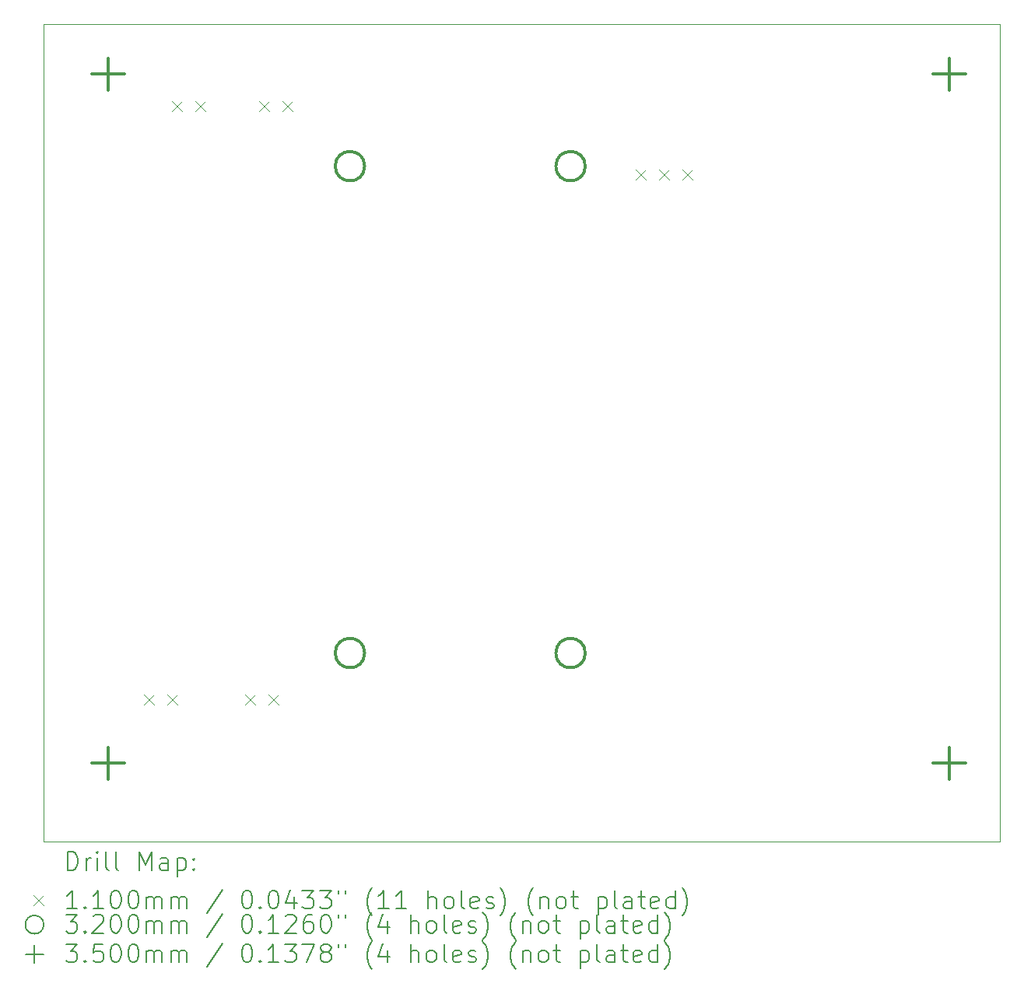
<source format=gbr>
%TF.GenerationSoftware,KiCad,Pcbnew,8.0.5*%
%TF.CreationDate,2024-11-14T17:21:11-08:00*%
%TF.ProjectId,Predator-Bot-V1,50726564-6174-46f7-922d-426f742d5631,0.01*%
%TF.SameCoordinates,Original*%
%TF.FileFunction,Drillmap*%
%TF.FilePolarity,Positive*%
%FSLAX45Y45*%
G04 Gerber Fmt 4.5, Leading zero omitted, Abs format (unit mm)*
G04 Created by KiCad (PCBNEW 8.0.5) date 2024-11-14 17:21:11*
%MOMM*%
%LPD*%
G01*
G04 APERTURE LIST*
%ADD10C,0.050000*%
%ADD11C,0.200000*%
%ADD12C,0.110000*%
%ADD13C,0.320000*%
%ADD14C,0.350000*%
G04 APERTURE END LIST*
D10*
X9300000Y-5450000D02*
X19700000Y-5450000D01*
X19700000Y-14350000D01*
X9300000Y-14350000D01*
X9300000Y-5450000D01*
D11*
D12*
X10391000Y-12749000D02*
X10501000Y-12859000D01*
X10501000Y-12749000D02*
X10391000Y-12859000D01*
X10645000Y-12749000D02*
X10755000Y-12859000D01*
X10755000Y-12749000D02*
X10645000Y-12859000D01*
X10691000Y-6291000D02*
X10801000Y-6401000D01*
X10801000Y-6291000D02*
X10691000Y-6401000D01*
X10945000Y-6291000D02*
X11055000Y-6401000D01*
X11055000Y-6291000D02*
X10945000Y-6401000D01*
X11491000Y-12749000D02*
X11601000Y-12859000D01*
X11601000Y-12749000D02*
X11491000Y-12859000D01*
X11645000Y-6291000D02*
X11755000Y-6401000D01*
X11755000Y-6291000D02*
X11645000Y-6401000D01*
X11745000Y-12749000D02*
X11855000Y-12859000D01*
X11855000Y-12749000D02*
X11745000Y-12859000D01*
X11899000Y-6291000D02*
X12009000Y-6401000D01*
X12009000Y-6291000D02*
X11899000Y-6401000D01*
X15737000Y-7041000D02*
X15847000Y-7151000D01*
X15847000Y-7041000D02*
X15737000Y-7151000D01*
X15991000Y-7041000D02*
X16101000Y-7151000D01*
X16101000Y-7041000D02*
X15991000Y-7151000D01*
X16245000Y-7041000D02*
X16355000Y-7151000D01*
X16355000Y-7041000D02*
X16245000Y-7151000D01*
D13*
X12790000Y-7000000D02*
G75*
G02*
X12470000Y-7000000I-160000J0D01*
G01*
X12470000Y-7000000D02*
G75*
G02*
X12790000Y-7000000I160000J0D01*
G01*
X12790000Y-12300000D02*
G75*
G02*
X12470000Y-12300000I-160000J0D01*
G01*
X12470000Y-12300000D02*
G75*
G02*
X12790000Y-12300000I160000J0D01*
G01*
X15190000Y-7000000D02*
G75*
G02*
X14870000Y-7000000I-160000J0D01*
G01*
X14870000Y-7000000D02*
G75*
G02*
X15190000Y-7000000I160000J0D01*
G01*
X15190000Y-12300000D02*
G75*
G02*
X14870000Y-12300000I-160000J0D01*
G01*
X14870000Y-12300000D02*
G75*
G02*
X15190000Y-12300000I160000J0D01*
G01*
D14*
X10000000Y-5825000D02*
X10000000Y-6175000D01*
X9825000Y-6000000D02*
X10175000Y-6000000D01*
X10000000Y-13325000D02*
X10000000Y-13675000D01*
X9825000Y-13500000D02*
X10175000Y-13500000D01*
X19150000Y-5825000D02*
X19150000Y-6175000D01*
X18975000Y-6000000D02*
X19325000Y-6000000D01*
X19150000Y-13325000D02*
X19150000Y-13675000D01*
X18975000Y-13500000D02*
X19325000Y-13500000D01*
D11*
X9558277Y-14663984D02*
X9558277Y-14463984D01*
X9558277Y-14463984D02*
X9605896Y-14463984D01*
X9605896Y-14463984D02*
X9634467Y-14473508D01*
X9634467Y-14473508D02*
X9653515Y-14492555D01*
X9653515Y-14492555D02*
X9663039Y-14511603D01*
X9663039Y-14511603D02*
X9672563Y-14549698D01*
X9672563Y-14549698D02*
X9672563Y-14578269D01*
X9672563Y-14578269D02*
X9663039Y-14616365D01*
X9663039Y-14616365D02*
X9653515Y-14635412D01*
X9653515Y-14635412D02*
X9634467Y-14654460D01*
X9634467Y-14654460D02*
X9605896Y-14663984D01*
X9605896Y-14663984D02*
X9558277Y-14663984D01*
X9758277Y-14663984D02*
X9758277Y-14530650D01*
X9758277Y-14568746D02*
X9767801Y-14549698D01*
X9767801Y-14549698D02*
X9777324Y-14540174D01*
X9777324Y-14540174D02*
X9796372Y-14530650D01*
X9796372Y-14530650D02*
X9815420Y-14530650D01*
X9882086Y-14663984D02*
X9882086Y-14530650D01*
X9882086Y-14463984D02*
X9872563Y-14473508D01*
X9872563Y-14473508D02*
X9882086Y-14483031D01*
X9882086Y-14483031D02*
X9891610Y-14473508D01*
X9891610Y-14473508D02*
X9882086Y-14463984D01*
X9882086Y-14463984D02*
X9882086Y-14483031D01*
X10005896Y-14663984D02*
X9986848Y-14654460D01*
X9986848Y-14654460D02*
X9977324Y-14635412D01*
X9977324Y-14635412D02*
X9977324Y-14463984D01*
X10110658Y-14663984D02*
X10091610Y-14654460D01*
X10091610Y-14654460D02*
X10082086Y-14635412D01*
X10082086Y-14635412D02*
X10082086Y-14463984D01*
X10339229Y-14663984D02*
X10339229Y-14463984D01*
X10339229Y-14463984D02*
X10405896Y-14606841D01*
X10405896Y-14606841D02*
X10472563Y-14463984D01*
X10472563Y-14463984D02*
X10472563Y-14663984D01*
X10653515Y-14663984D02*
X10653515Y-14559222D01*
X10653515Y-14559222D02*
X10643991Y-14540174D01*
X10643991Y-14540174D02*
X10624944Y-14530650D01*
X10624944Y-14530650D02*
X10586848Y-14530650D01*
X10586848Y-14530650D02*
X10567801Y-14540174D01*
X10653515Y-14654460D02*
X10634467Y-14663984D01*
X10634467Y-14663984D02*
X10586848Y-14663984D01*
X10586848Y-14663984D02*
X10567801Y-14654460D01*
X10567801Y-14654460D02*
X10558277Y-14635412D01*
X10558277Y-14635412D02*
X10558277Y-14616365D01*
X10558277Y-14616365D02*
X10567801Y-14597317D01*
X10567801Y-14597317D02*
X10586848Y-14587793D01*
X10586848Y-14587793D02*
X10634467Y-14587793D01*
X10634467Y-14587793D02*
X10653515Y-14578269D01*
X10748753Y-14530650D02*
X10748753Y-14730650D01*
X10748753Y-14540174D02*
X10767801Y-14530650D01*
X10767801Y-14530650D02*
X10805896Y-14530650D01*
X10805896Y-14530650D02*
X10824944Y-14540174D01*
X10824944Y-14540174D02*
X10834467Y-14549698D01*
X10834467Y-14549698D02*
X10843991Y-14568746D01*
X10843991Y-14568746D02*
X10843991Y-14625888D01*
X10843991Y-14625888D02*
X10834467Y-14644936D01*
X10834467Y-14644936D02*
X10824944Y-14654460D01*
X10824944Y-14654460D02*
X10805896Y-14663984D01*
X10805896Y-14663984D02*
X10767801Y-14663984D01*
X10767801Y-14663984D02*
X10748753Y-14654460D01*
X10929705Y-14644936D02*
X10939229Y-14654460D01*
X10939229Y-14654460D02*
X10929705Y-14663984D01*
X10929705Y-14663984D02*
X10920182Y-14654460D01*
X10920182Y-14654460D02*
X10929705Y-14644936D01*
X10929705Y-14644936D02*
X10929705Y-14663984D01*
X10929705Y-14540174D02*
X10939229Y-14549698D01*
X10939229Y-14549698D02*
X10929705Y-14559222D01*
X10929705Y-14559222D02*
X10920182Y-14549698D01*
X10920182Y-14549698D02*
X10929705Y-14540174D01*
X10929705Y-14540174D02*
X10929705Y-14559222D01*
D12*
X9187500Y-14937500D02*
X9297500Y-15047500D01*
X9297500Y-14937500D02*
X9187500Y-15047500D01*
D11*
X9663039Y-15083984D02*
X9548753Y-15083984D01*
X9605896Y-15083984D02*
X9605896Y-14883984D01*
X9605896Y-14883984D02*
X9586848Y-14912555D01*
X9586848Y-14912555D02*
X9567801Y-14931603D01*
X9567801Y-14931603D02*
X9548753Y-14941127D01*
X9748753Y-15064936D02*
X9758277Y-15074460D01*
X9758277Y-15074460D02*
X9748753Y-15083984D01*
X9748753Y-15083984D02*
X9739229Y-15074460D01*
X9739229Y-15074460D02*
X9748753Y-15064936D01*
X9748753Y-15064936D02*
X9748753Y-15083984D01*
X9948753Y-15083984D02*
X9834467Y-15083984D01*
X9891610Y-15083984D02*
X9891610Y-14883984D01*
X9891610Y-14883984D02*
X9872563Y-14912555D01*
X9872563Y-14912555D02*
X9853515Y-14931603D01*
X9853515Y-14931603D02*
X9834467Y-14941127D01*
X10072563Y-14883984D02*
X10091610Y-14883984D01*
X10091610Y-14883984D02*
X10110658Y-14893508D01*
X10110658Y-14893508D02*
X10120182Y-14903031D01*
X10120182Y-14903031D02*
X10129705Y-14922079D01*
X10129705Y-14922079D02*
X10139229Y-14960174D01*
X10139229Y-14960174D02*
X10139229Y-15007793D01*
X10139229Y-15007793D02*
X10129705Y-15045888D01*
X10129705Y-15045888D02*
X10120182Y-15064936D01*
X10120182Y-15064936D02*
X10110658Y-15074460D01*
X10110658Y-15074460D02*
X10091610Y-15083984D01*
X10091610Y-15083984D02*
X10072563Y-15083984D01*
X10072563Y-15083984D02*
X10053515Y-15074460D01*
X10053515Y-15074460D02*
X10043991Y-15064936D01*
X10043991Y-15064936D02*
X10034467Y-15045888D01*
X10034467Y-15045888D02*
X10024944Y-15007793D01*
X10024944Y-15007793D02*
X10024944Y-14960174D01*
X10024944Y-14960174D02*
X10034467Y-14922079D01*
X10034467Y-14922079D02*
X10043991Y-14903031D01*
X10043991Y-14903031D02*
X10053515Y-14893508D01*
X10053515Y-14893508D02*
X10072563Y-14883984D01*
X10263039Y-14883984D02*
X10282086Y-14883984D01*
X10282086Y-14883984D02*
X10301134Y-14893508D01*
X10301134Y-14893508D02*
X10310658Y-14903031D01*
X10310658Y-14903031D02*
X10320182Y-14922079D01*
X10320182Y-14922079D02*
X10329705Y-14960174D01*
X10329705Y-14960174D02*
X10329705Y-15007793D01*
X10329705Y-15007793D02*
X10320182Y-15045888D01*
X10320182Y-15045888D02*
X10310658Y-15064936D01*
X10310658Y-15064936D02*
X10301134Y-15074460D01*
X10301134Y-15074460D02*
X10282086Y-15083984D01*
X10282086Y-15083984D02*
X10263039Y-15083984D01*
X10263039Y-15083984D02*
X10243991Y-15074460D01*
X10243991Y-15074460D02*
X10234467Y-15064936D01*
X10234467Y-15064936D02*
X10224944Y-15045888D01*
X10224944Y-15045888D02*
X10215420Y-15007793D01*
X10215420Y-15007793D02*
X10215420Y-14960174D01*
X10215420Y-14960174D02*
X10224944Y-14922079D01*
X10224944Y-14922079D02*
X10234467Y-14903031D01*
X10234467Y-14903031D02*
X10243991Y-14893508D01*
X10243991Y-14893508D02*
X10263039Y-14883984D01*
X10415420Y-15083984D02*
X10415420Y-14950650D01*
X10415420Y-14969698D02*
X10424944Y-14960174D01*
X10424944Y-14960174D02*
X10443991Y-14950650D01*
X10443991Y-14950650D02*
X10472563Y-14950650D01*
X10472563Y-14950650D02*
X10491610Y-14960174D01*
X10491610Y-14960174D02*
X10501134Y-14979222D01*
X10501134Y-14979222D02*
X10501134Y-15083984D01*
X10501134Y-14979222D02*
X10510658Y-14960174D01*
X10510658Y-14960174D02*
X10529705Y-14950650D01*
X10529705Y-14950650D02*
X10558277Y-14950650D01*
X10558277Y-14950650D02*
X10577325Y-14960174D01*
X10577325Y-14960174D02*
X10586848Y-14979222D01*
X10586848Y-14979222D02*
X10586848Y-15083984D01*
X10682086Y-15083984D02*
X10682086Y-14950650D01*
X10682086Y-14969698D02*
X10691610Y-14960174D01*
X10691610Y-14960174D02*
X10710658Y-14950650D01*
X10710658Y-14950650D02*
X10739229Y-14950650D01*
X10739229Y-14950650D02*
X10758277Y-14960174D01*
X10758277Y-14960174D02*
X10767801Y-14979222D01*
X10767801Y-14979222D02*
X10767801Y-15083984D01*
X10767801Y-14979222D02*
X10777325Y-14960174D01*
X10777325Y-14960174D02*
X10796372Y-14950650D01*
X10796372Y-14950650D02*
X10824944Y-14950650D01*
X10824944Y-14950650D02*
X10843991Y-14960174D01*
X10843991Y-14960174D02*
X10853515Y-14979222D01*
X10853515Y-14979222D02*
X10853515Y-15083984D01*
X11243991Y-14874460D02*
X11072563Y-15131603D01*
X11501134Y-14883984D02*
X11520182Y-14883984D01*
X11520182Y-14883984D02*
X11539229Y-14893508D01*
X11539229Y-14893508D02*
X11548753Y-14903031D01*
X11548753Y-14903031D02*
X11558277Y-14922079D01*
X11558277Y-14922079D02*
X11567801Y-14960174D01*
X11567801Y-14960174D02*
X11567801Y-15007793D01*
X11567801Y-15007793D02*
X11558277Y-15045888D01*
X11558277Y-15045888D02*
X11548753Y-15064936D01*
X11548753Y-15064936D02*
X11539229Y-15074460D01*
X11539229Y-15074460D02*
X11520182Y-15083984D01*
X11520182Y-15083984D02*
X11501134Y-15083984D01*
X11501134Y-15083984D02*
X11482086Y-15074460D01*
X11482086Y-15074460D02*
X11472563Y-15064936D01*
X11472563Y-15064936D02*
X11463039Y-15045888D01*
X11463039Y-15045888D02*
X11453515Y-15007793D01*
X11453515Y-15007793D02*
X11453515Y-14960174D01*
X11453515Y-14960174D02*
X11463039Y-14922079D01*
X11463039Y-14922079D02*
X11472563Y-14903031D01*
X11472563Y-14903031D02*
X11482086Y-14893508D01*
X11482086Y-14893508D02*
X11501134Y-14883984D01*
X11653515Y-15064936D02*
X11663039Y-15074460D01*
X11663039Y-15074460D02*
X11653515Y-15083984D01*
X11653515Y-15083984D02*
X11643991Y-15074460D01*
X11643991Y-15074460D02*
X11653515Y-15064936D01*
X11653515Y-15064936D02*
X11653515Y-15083984D01*
X11786848Y-14883984D02*
X11805896Y-14883984D01*
X11805896Y-14883984D02*
X11824944Y-14893508D01*
X11824944Y-14893508D02*
X11834467Y-14903031D01*
X11834467Y-14903031D02*
X11843991Y-14922079D01*
X11843991Y-14922079D02*
X11853515Y-14960174D01*
X11853515Y-14960174D02*
X11853515Y-15007793D01*
X11853515Y-15007793D02*
X11843991Y-15045888D01*
X11843991Y-15045888D02*
X11834467Y-15064936D01*
X11834467Y-15064936D02*
X11824944Y-15074460D01*
X11824944Y-15074460D02*
X11805896Y-15083984D01*
X11805896Y-15083984D02*
X11786848Y-15083984D01*
X11786848Y-15083984D02*
X11767801Y-15074460D01*
X11767801Y-15074460D02*
X11758277Y-15064936D01*
X11758277Y-15064936D02*
X11748753Y-15045888D01*
X11748753Y-15045888D02*
X11739229Y-15007793D01*
X11739229Y-15007793D02*
X11739229Y-14960174D01*
X11739229Y-14960174D02*
X11748753Y-14922079D01*
X11748753Y-14922079D02*
X11758277Y-14903031D01*
X11758277Y-14903031D02*
X11767801Y-14893508D01*
X11767801Y-14893508D02*
X11786848Y-14883984D01*
X12024944Y-14950650D02*
X12024944Y-15083984D01*
X11977325Y-14874460D02*
X11929706Y-15017317D01*
X11929706Y-15017317D02*
X12053515Y-15017317D01*
X12110658Y-14883984D02*
X12234467Y-14883984D01*
X12234467Y-14883984D02*
X12167801Y-14960174D01*
X12167801Y-14960174D02*
X12196372Y-14960174D01*
X12196372Y-14960174D02*
X12215420Y-14969698D01*
X12215420Y-14969698D02*
X12224944Y-14979222D01*
X12224944Y-14979222D02*
X12234467Y-14998269D01*
X12234467Y-14998269D02*
X12234467Y-15045888D01*
X12234467Y-15045888D02*
X12224944Y-15064936D01*
X12224944Y-15064936D02*
X12215420Y-15074460D01*
X12215420Y-15074460D02*
X12196372Y-15083984D01*
X12196372Y-15083984D02*
X12139229Y-15083984D01*
X12139229Y-15083984D02*
X12120182Y-15074460D01*
X12120182Y-15074460D02*
X12110658Y-15064936D01*
X12301134Y-14883984D02*
X12424944Y-14883984D01*
X12424944Y-14883984D02*
X12358277Y-14960174D01*
X12358277Y-14960174D02*
X12386848Y-14960174D01*
X12386848Y-14960174D02*
X12405896Y-14969698D01*
X12405896Y-14969698D02*
X12415420Y-14979222D01*
X12415420Y-14979222D02*
X12424944Y-14998269D01*
X12424944Y-14998269D02*
X12424944Y-15045888D01*
X12424944Y-15045888D02*
X12415420Y-15064936D01*
X12415420Y-15064936D02*
X12405896Y-15074460D01*
X12405896Y-15074460D02*
X12386848Y-15083984D01*
X12386848Y-15083984D02*
X12329706Y-15083984D01*
X12329706Y-15083984D02*
X12310658Y-15074460D01*
X12310658Y-15074460D02*
X12301134Y-15064936D01*
X12501134Y-14883984D02*
X12501134Y-14922079D01*
X12577325Y-14883984D02*
X12577325Y-14922079D01*
X12872563Y-15160174D02*
X12863039Y-15150650D01*
X12863039Y-15150650D02*
X12843991Y-15122079D01*
X12843991Y-15122079D02*
X12834468Y-15103031D01*
X12834468Y-15103031D02*
X12824944Y-15074460D01*
X12824944Y-15074460D02*
X12815420Y-15026841D01*
X12815420Y-15026841D02*
X12815420Y-14988746D01*
X12815420Y-14988746D02*
X12824944Y-14941127D01*
X12824944Y-14941127D02*
X12834468Y-14912555D01*
X12834468Y-14912555D02*
X12843991Y-14893508D01*
X12843991Y-14893508D02*
X12863039Y-14864936D01*
X12863039Y-14864936D02*
X12872563Y-14855412D01*
X13053515Y-15083984D02*
X12939229Y-15083984D01*
X12996372Y-15083984D02*
X12996372Y-14883984D01*
X12996372Y-14883984D02*
X12977325Y-14912555D01*
X12977325Y-14912555D02*
X12958277Y-14931603D01*
X12958277Y-14931603D02*
X12939229Y-14941127D01*
X13243991Y-15083984D02*
X13129706Y-15083984D01*
X13186848Y-15083984D02*
X13186848Y-14883984D01*
X13186848Y-14883984D02*
X13167801Y-14912555D01*
X13167801Y-14912555D02*
X13148753Y-14931603D01*
X13148753Y-14931603D02*
X13129706Y-14941127D01*
X13482087Y-15083984D02*
X13482087Y-14883984D01*
X13567801Y-15083984D02*
X13567801Y-14979222D01*
X13567801Y-14979222D02*
X13558277Y-14960174D01*
X13558277Y-14960174D02*
X13539230Y-14950650D01*
X13539230Y-14950650D02*
X13510658Y-14950650D01*
X13510658Y-14950650D02*
X13491610Y-14960174D01*
X13491610Y-14960174D02*
X13482087Y-14969698D01*
X13691610Y-15083984D02*
X13672563Y-15074460D01*
X13672563Y-15074460D02*
X13663039Y-15064936D01*
X13663039Y-15064936D02*
X13653515Y-15045888D01*
X13653515Y-15045888D02*
X13653515Y-14988746D01*
X13653515Y-14988746D02*
X13663039Y-14969698D01*
X13663039Y-14969698D02*
X13672563Y-14960174D01*
X13672563Y-14960174D02*
X13691610Y-14950650D01*
X13691610Y-14950650D02*
X13720182Y-14950650D01*
X13720182Y-14950650D02*
X13739230Y-14960174D01*
X13739230Y-14960174D02*
X13748753Y-14969698D01*
X13748753Y-14969698D02*
X13758277Y-14988746D01*
X13758277Y-14988746D02*
X13758277Y-15045888D01*
X13758277Y-15045888D02*
X13748753Y-15064936D01*
X13748753Y-15064936D02*
X13739230Y-15074460D01*
X13739230Y-15074460D02*
X13720182Y-15083984D01*
X13720182Y-15083984D02*
X13691610Y-15083984D01*
X13872563Y-15083984D02*
X13853515Y-15074460D01*
X13853515Y-15074460D02*
X13843991Y-15055412D01*
X13843991Y-15055412D02*
X13843991Y-14883984D01*
X14024944Y-15074460D02*
X14005896Y-15083984D01*
X14005896Y-15083984D02*
X13967801Y-15083984D01*
X13967801Y-15083984D02*
X13948753Y-15074460D01*
X13948753Y-15074460D02*
X13939230Y-15055412D01*
X13939230Y-15055412D02*
X13939230Y-14979222D01*
X13939230Y-14979222D02*
X13948753Y-14960174D01*
X13948753Y-14960174D02*
X13967801Y-14950650D01*
X13967801Y-14950650D02*
X14005896Y-14950650D01*
X14005896Y-14950650D02*
X14024944Y-14960174D01*
X14024944Y-14960174D02*
X14034468Y-14979222D01*
X14034468Y-14979222D02*
X14034468Y-14998269D01*
X14034468Y-14998269D02*
X13939230Y-15017317D01*
X14110658Y-15074460D02*
X14129706Y-15083984D01*
X14129706Y-15083984D02*
X14167801Y-15083984D01*
X14167801Y-15083984D02*
X14186849Y-15074460D01*
X14186849Y-15074460D02*
X14196372Y-15055412D01*
X14196372Y-15055412D02*
X14196372Y-15045888D01*
X14196372Y-15045888D02*
X14186849Y-15026841D01*
X14186849Y-15026841D02*
X14167801Y-15017317D01*
X14167801Y-15017317D02*
X14139230Y-15017317D01*
X14139230Y-15017317D02*
X14120182Y-15007793D01*
X14120182Y-15007793D02*
X14110658Y-14988746D01*
X14110658Y-14988746D02*
X14110658Y-14979222D01*
X14110658Y-14979222D02*
X14120182Y-14960174D01*
X14120182Y-14960174D02*
X14139230Y-14950650D01*
X14139230Y-14950650D02*
X14167801Y-14950650D01*
X14167801Y-14950650D02*
X14186849Y-14960174D01*
X14263039Y-15160174D02*
X14272563Y-15150650D01*
X14272563Y-15150650D02*
X14291611Y-15122079D01*
X14291611Y-15122079D02*
X14301134Y-15103031D01*
X14301134Y-15103031D02*
X14310658Y-15074460D01*
X14310658Y-15074460D02*
X14320182Y-15026841D01*
X14320182Y-15026841D02*
X14320182Y-14988746D01*
X14320182Y-14988746D02*
X14310658Y-14941127D01*
X14310658Y-14941127D02*
X14301134Y-14912555D01*
X14301134Y-14912555D02*
X14291611Y-14893508D01*
X14291611Y-14893508D02*
X14272563Y-14864936D01*
X14272563Y-14864936D02*
X14263039Y-14855412D01*
X14624944Y-15160174D02*
X14615420Y-15150650D01*
X14615420Y-15150650D02*
X14596372Y-15122079D01*
X14596372Y-15122079D02*
X14586849Y-15103031D01*
X14586849Y-15103031D02*
X14577325Y-15074460D01*
X14577325Y-15074460D02*
X14567801Y-15026841D01*
X14567801Y-15026841D02*
X14567801Y-14988746D01*
X14567801Y-14988746D02*
X14577325Y-14941127D01*
X14577325Y-14941127D02*
X14586849Y-14912555D01*
X14586849Y-14912555D02*
X14596372Y-14893508D01*
X14596372Y-14893508D02*
X14615420Y-14864936D01*
X14615420Y-14864936D02*
X14624944Y-14855412D01*
X14701134Y-14950650D02*
X14701134Y-15083984D01*
X14701134Y-14969698D02*
X14710658Y-14960174D01*
X14710658Y-14960174D02*
X14729706Y-14950650D01*
X14729706Y-14950650D02*
X14758277Y-14950650D01*
X14758277Y-14950650D02*
X14777325Y-14960174D01*
X14777325Y-14960174D02*
X14786849Y-14979222D01*
X14786849Y-14979222D02*
X14786849Y-15083984D01*
X14910658Y-15083984D02*
X14891611Y-15074460D01*
X14891611Y-15074460D02*
X14882087Y-15064936D01*
X14882087Y-15064936D02*
X14872563Y-15045888D01*
X14872563Y-15045888D02*
X14872563Y-14988746D01*
X14872563Y-14988746D02*
X14882087Y-14969698D01*
X14882087Y-14969698D02*
X14891611Y-14960174D01*
X14891611Y-14960174D02*
X14910658Y-14950650D01*
X14910658Y-14950650D02*
X14939230Y-14950650D01*
X14939230Y-14950650D02*
X14958277Y-14960174D01*
X14958277Y-14960174D02*
X14967801Y-14969698D01*
X14967801Y-14969698D02*
X14977325Y-14988746D01*
X14977325Y-14988746D02*
X14977325Y-15045888D01*
X14977325Y-15045888D02*
X14967801Y-15064936D01*
X14967801Y-15064936D02*
X14958277Y-15074460D01*
X14958277Y-15074460D02*
X14939230Y-15083984D01*
X14939230Y-15083984D02*
X14910658Y-15083984D01*
X15034468Y-14950650D02*
X15110658Y-14950650D01*
X15063039Y-14883984D02*
X15063039Y-15055412D01*
X15063039Y-15055412D02*
X15072563Y-15074460D01*
X15072563Y-15074460D02*
X15091611Y-15083984D01*
X15091611Y-15083984D02*
X15110658Y-15083984D01*
X15329706Y-14950650D02*
X15329706Y-15150650D01*
X15329706Y-14960174D02*
X15348753Y-14950650D01*
X15348753Y-14950650D02*
X15386849Y-14950650D01*
X15386849Y-14950650D02*
X15405896Y-14960174D01*
X15405896Y-14960174D02*
X15415420Y-14969698D01*
X15415420Y-14969698D02*
X15424944Y-14988746D01*
X15424944Y-14988746D02*
X15424944Y-15045888D01*
X15424944Y-15045888D02*
X15415420Y-15064936D01*
X15415420Y-15064936D02*
X15405896Y-15074460D01*
X15405896Y-15074460D02*
X15386849Y-15083984D01*
X15386849Y-15083984D02*
X15348753Y-15083984D01*
X15348753Y-15083984D02*
X15329706Y-15074460D01*
X15539230Y-15083984D02*
X15520182Y-15074460D01*
X15520182Y-15074460D02*
X15510658Y-15055412D01*
X15510658Y-15055412D02*
X15510658Y-14883984D01*
X15701134Y-15083984D02*
X15701134Y-14979222D01*
X15701134Y-14979222D02*
X15691611Y-14960174D01*
X15691611Y-14960174D02*
X15672563Y-14950650D01*
X15672563Y-14950650D02*
X15634468Y-14950650D01*
X15634468Y-14950650D02*
X15615420Y-14960174D01*
X15701134Y-15074460D02*
X15682087Y-15083984D01*
X15682087Y-15083984D02*
X15634468Y-15083984D01*
X15634468Y-15083984D02*
X15615420Y-15074460D01*
X15615420Y-15074460D02*
X15605896Y-15055412D01*
X15605896Y-15055412D02*
X15605896Y-15036365D01*
X15605896Y-15036365D02*
X15615420Y-15017317D01*
X15615420Y-15017317D02*
X15634468Y-15007793D01*
X15634468Y-15007793D02*
X15682087Y-15007793D01*
X15682087Y-15007793D02*
X15701134Y-14998269D01*
X15767801Y-14950650D02*
X15843992Y-14950650D01*
X15796373Y-14883984D02*
X15796373Y-15055412D01*
X15796373Y-15055412D02*
X15805896Y-15074460D01*
X15805896Y-15074460D02*
X15824944Y-15083984D01*
X15824944Y-15083984D02*
X15843992Y-15083984D01*
X15986849Y-15074460D02*
X15967801Y-15083984D01*
X15967801Y-15083984D02*
X15929706Y-15083984D01*
X15929706Y-15083984D02*
X15910658Y-15074460D01*
X15910658Y-15074460D02*
X15901134Y-15055412D01*
X15901134Y-15055412D02*
X15901134Y-14979222D01*
X15901134Y-14979222D02*
X15910658Y-14960174D01*
X15910658Y-14960174D02*
X15929706Y-14950650D01*
X15929706Y-14950650D02*
X15967801Y-14950650D01*
X15967801Y-14950650D02*
X15986849Y-14960174D01*
X15986849Y-14960174D02*
X15996373Y-14979222D01*
X15996373Y-14979222D02*
X15996373Y-14998269D01*
X15996373Y-14998269D02*
X15901134Y-15017317D01*
X16167801Y-15083984D02*
X16167801Y-14883984D01*
X16167801Y-15074460D02*
X16148754Y-15083984D01*
X16148754Y-15083984D02*
X16110658Y-15083984D01*
X16110658Y-15083984D02*
X16091611Y-15074460D01*
X16091611Y-15074460D02*
X16082087Y-15064936D01*
X16082087Y-15064936D02*
X16072563Y-15045888D01*
X16072563Y-15045888D02*
X16072563Y-14988746D01*
X16072563Y-14988746D02*
X16082087Y-14969698D01*
X16082087Y-14969698D02*
X16091611Y-14960174D01*
X16091611Y-14960174D02*
X16110658Y-14950650D01*
X16110658Y-14950650D02*
X16148754Y-14950650D01*
X16148754Y-14950650D02*
X16167801Y-14960174D01*
X16243992Y-15160174D02*
X16253515Y-15150650D01*
X16253515Y-15150650D02*
X16272563Y-15122079D01*
X16272563Y-15122079D02*
X16282087Y-15103031D01*
X16282087Y-15103031D02*
X16291611Y-15074460D01*
X16291611Y-15074460D02*
X16301134Y-15026841D01*
X16301134Y-15026841D02*
X16301134Y-14988746D01*
X16301134Y-14988746D02*
X16291611Y-14941127D01*
X16291611Y-14941127D02*
X16282087Y-14912555D01*
X16282087Y-14912555D02*
X16272563Y-14893508D01*
X16272563Y-14893508D02*
X16253515Y-14864936D01*
X16253515Y-14864936D02*
X16243992Y-14855412D01*
X9297500Y-15256500D02*
G75*
G02*
X9097500Y-15256500I-100000J0D01*
G01*
X9097500Y-15256500D02*
G75*
G02*
X9297500Y-15256500I100000J0D01*
G01*
X9539229Y-15147984D02*
X9663039Y-15147984D01*
X9663039Y-15147984D02*
X9596372Y-15224174D01*
X9596372Y-15224174D02*
X9624944Y-15224174D01*
X9624944Y-15224174D02*
X9643991Y-15233698D01*
X9643991Y-15233698D02*
X9653515Y-15243222D01*
X9653515Y-15243222D02*
X9663039Y-15262269D01*
X9663039Y-15262269D02*
X9663039Y-15309888D01*
X9663039Y-15309888D02*
X9653515Y-15328936D01*
X9653515Y-15328936D02*
X9643991Y-15338460D01*
X9643991Y-15338460D02*
X9624944Y-15347984D01*
X9624944Y-15347984D02*
X9567801Y-15347984D01*
X9567801Y-15347984D02*
X9548753Y-15338460D01*
X9548753Y-15338460D02*
X9539229Y-15328936D01*
X9748753Y-15328936D02*
X9758277Y-15338460D01*
X9758277Y-15338460D02*
X9748753Y-15347984D01*
X9748753Y-15347984D02*
X9739229Y-15338460D01*
X9739229Y-15338460D02*
X9748753Y-15328936D01*
X9748753Y-15328936D02*
X9748753Y-15347984D01*
X9834467Y-15167031D02*
X9843991Y-15157508D01*
X9843991Y-15157508D02*
X9863039Y-15147984D01*
X9863039Y-15147984D02*
X9910658Y-15147984D01*
X9910658Y-15147984D02*
X9929705Y-15157508D01*
X9929705Y-15157508D02*
X9939229Y-15167031D01*
X9939229Y-15167031D02*
X9948753Y-15186079D01*
X9948753Y-15186079D02*
X9948753Y-15205127D01*
X9948753Y-15205127D02*
X9939229Y-15233698D01*
X9939229Y-15233698D02*
X9824944Y-15347984D01*
X9824944Y-15347984D02*
X9948753Y-15347984D01*
X10072563Y-15147984D02*
X10091610Y-15147984D01*
X10091610Y-15147984D02*
X10110658Y-15157508D01*
X10110658Y-15157508D02*
X10120182Y-15167031D01*
X10120182Y-15167031D02*
X10129705Y-15186079D01*
X10129705Y-15186079D02*
X10139229Y-15224174D01*
X10139229Y-15224174D02*
X10139229Y-15271793D01*
X10139229Y-15271793D02*
X10129705Y-15309888D01*
X10129705Y-15309888D02*
X10120182Y-15328936D01*
X10120182Y-15328936D02*
X10110658Y-15338460D01*
X10110658Y-15338460D02*
X10091610Y-15347984D01*
X10091610Y-15347984D02*
X10072563Y-15347984D01*
X10072563Y-15347984D02*
X10053515Y-15338460D01*
X10053515Y-15338460D02*
X10043991Y-15328936D01*
X10043991Y-15328936D02*
X10034467Y-15309888D01*
X10034467Y-15309888D02*
X10024944Y-15271793D01*
X10024944Y-15271793D02*
X10024944Y-15224174D01*
X10024944Y-15224174D02*
X10034467Y-15186079D01*
X10034467Y-15186079D02*
X10043991Y-15167031D01*
X10043991Y-15167031D02*
X10053515Y-15157508D01*
X10053515Y-15157508D02*
X10072563Y-15147984D01*
X10263039Y-15147984D02*
X10282086Y-15147984D01*
X10282086Y-15147984D02*
X10301134Y-15157508D01*
X10301134Y-15157508D02*
X10310658Y-15167031D01*
X10310658Y-15167031D02*
X10320182Y-15186079D01*
X10320182Y-15186079D02*
X10329705Y-15224174D01*
X10329705Y-15224174D02*
X10329705Y-15271793D01*
X10329705Y-15271793D02*
X10320182Y-15309888D01*
X10320182Y-15309888D02*
X10310658Y-15328936D01*
X10310658Y-15328936D02*
X10301134Y-15338460D01*
X10301134Y-15338460D02*
X10282086Y-15347984D01*
X10282086Y-15347984D02*
X10263039Y-15347984D01*
X10263039Y-15347984D02*
X10243991Y-15338460D01*
X10243991Y-15338460D02*
X10234467Y-15328936D01*
X10234467Y-15328936D02*
X10224944Y-15309888D01*
X10224944Y-15309888D02*
X10215420Y-15271793D01*
X10215420Y-15271793D02*
X10215420Y-15224174D01*
X10215420Y-15224174D02*
X10224944Y-15186079D01*
X10224944Y-15186079D02*
X10234467Y-15167031D01*
X10234467Y-15167031D02*
X10243991Y-15157508D01*
X10243991Y-15157508D02*
X10263039Y-15147984D01*
X10415420Y-15347984D02*
X10415420Y-15214650D01*
X10415420Y-15233698D02*
X10424944Y-15224174D01*
X10424944Y-15224174D02*
X10443991Y-15214650D01*
X10443991Y-15214650D02*
X10472563Y-15214650D01*
X10472563Y-15214650D02*
X10491610Y-15224174D01*
X10491610Y-15224174D02*
X10501134Y-15243222D01*
X10501134Y-15243222D02*
X10501134Y-15347984D01*
X10501134Y-15243222D02*
X10510658Y-15224174D01*
X10510658Y-15224174D02*
X10529705Y-15214650D01*
X10529705Y-15214650D02*
X10558277Y-15214650D01*
X10558277Y-15214650D02*
X10577325Y-15224174D01*
X10577325Y-15224174D02*
X10586848Y-15243222D01*
X10586848Y-15243222D02*
X10586848Y-15347984D01*
X10682086Y-15347984D02*
X10682086Y-15214650D01*
X10682086Y-15233698D02*
X10691610Y-15224174D01*
X10691610Y-15224174D02*
X10710658Y-15214650D01*
X10710658Y-15214650D02*
X10739229Y-15214650D01*
X10739229Y-15214650D02*
X10758277Y-15224174D01*
X10758277Y-15224174D02*
X10767801Y-15243222D01*
X10767801Y-15243222D02*
X10767801Y-15347984D01*
X10767801Y-15243222D02*
X10777325Y-15224174D01*
X10777325Y-15224174D02*
X10796372Y-15214650D01*
X10796372Y-15214650D02*
X10824944Y-15214650D01*
X10824944Y-15214650D02*
X10843991Y-15224174D01*
X10843991Y-15224174D02*
X10853515Y-15243222D01*
X10853515Y-15243222D02*
X10853515Y-15347984D01*
X11243991Y-15138460D02*
X11072563Y-15395603D01*
X11501134Y-15147984D02*
X11520182Y-15147984D01*
X11520182Y-15147984D02*
X11539229Y-15157508D01*
X11539229Y-15157508D02*
X11548753Y-15167031D01*
X11548753Y-15167031D02*
X11558277Y-15186079D01*
X11558277Y-15186079D02*
X11567801Y-15224174D01*
X11567801Y-15224174D02*
X11567801Y-15271793D01*
X11567801Y-15271793D02*
X11558277Y-15309888D01*
X11558277Y-15309888D02*
X11548753Y-15328936D01*
X11548753Y-15328936D02*
X11539229Y-15338460D01*
X11539229Y-15338460D02*
X11520182Y-15347984D01*
X11520182Y-15347984D02*
X11501134Y-15347984D01*
X11501134Y-15347984D02*
X11482086Y-15338460D01*
X11482086Y-15338460D02*
X11472563Y-15328936D01*
X11472563Y-15328936D02*
X11463039Y-15309888D01*
X11463039Y-15309888D02*
X11453515Y-15271793D01*
X11453515Y-15271793D02*
X11453515Y-15224174D01*
X11453515Y-15224174D02*
X11463039Y-15186079D01*
X11463039Y-15186079D02*
X11472563Y-15167031D01*
X11472563Y-15167031D02*
X11482086Y-15157508D01*
X11482086Y-15157508D02*
X11501134Y-15147984D01*
X11653515Y-15328936D02*
X11663039Y-15338460D01*
X11663039Y-15338460D02*
X11653515Y-15347984D01*
X11653515Y-15347984D02*
X11643991Y-15338460D01*
X11643991Y-15338460D02*
X11653515Y-15328936D01*
X11653515Y-15328936D02*
X11653515Y-15347984D01*
X11853515Y-15347984D02*
X11739229Y-15347984D01*
X11796372Y-15347984D02*
X11796372Y-15147984D01*
X11796372Y-15147984D02*
X11777325Y-15176555D01*
X11777325Y-15176555D02*
X11758277Y-15195603D01*
X11758277Y-15195603D02*
X11739229Y-15205127D01*
X11929706Y-15167031D02*
X11939229Y-15157508D01*
X11939229Y-15157508D02*
X11958277Y-15147984D01*
X11958277Y-15147984D02*
X12005896Y-15147984D01*
X12005896Y-15147984D02*
X12024944Y-15157508D01*
X12024944Y-15157508D02*
X12034467Y-15167031D01*
X12034467Y-15167031D02*
X12043991Y-15186079D01*
X12043991Y-15186079D02*
X12043991Y-15205127D01*
X12043991Y-15205127D02*
X12034467Y-15233698D01*
X12034467Y-15233698D02*
X11920182Y-15347984D01*
X11920182Y-15347984D02*
X12043991Y-15347984D01*
X12215420Y-15147984D02*
X12177325Y-15147984D01*
X12177325Y-15147984D02*
X12158277Y-15157508D01*
X12158277Y-15157508D02*
X12148753Y-15167031D01*
X12148753Y-15167031D02*
X12129706Y-15195603D01*
X12129706Y-15195603D02*
X12120182Y-15233698D01*
X12120182Y-15233698D02*
X12120182Y-15309888D01*
X12120182Y-15309888D02*
X12129706Y-15328936D01*
X12129706Y-15328936D02*
X12139229Y-15338460D01*
X12139229Y-15338460D02*
X12158277Y-15347984D01*
X12158277Y-15347984D02*
X12196372Y-15347984D01*
X12196372Y-15347984D02*
X12215420Y-15338460D01*
X12215420Y-15338460D02*
X12224944Y-15328936D01*
X12224944Y-15328936D02*
X12234467Y-15309888D01*
X12234467Y-15309888D02*
X12234467Y-15262269D01*
X12234467Y-15262269D02*
X12224944Y-15243222D01*
X12224944Y-15243222D02*
X12215420Y-15233698D01*
X12215420Y-15233698D02*
X12196372Y-15224174D01*
X12196372Y-15224174D02*
X12158277Y-15224174D01*
X12158277Y-15224174D02*
X12139229Y-15233698D01*
X12139229Y-15233698D02*
X12129706Y-15243222D01*
X12129706Y-15243222D02*
X12120182Y-15262269D01*
X12358277Y-15147984D02*
X12377325Y-15147984D01*
X12377325Y-15147984D02*
X12396372Y-15157508D01*
X12396372Y-15157508D02*
X12405896Y-15167031D01*
X12405896Y-15167031D02*
X12415420Y-15186079D01*
X12415420Y-15186079D02*
X12424944Y-15224174D01*
X12424944Y-15224174D02*
X12424944Y-15271793D01*
X12424944Y-15271793D02*
X12415420Y-15309888D01*
X12415420Y-15309888D02*
X12405896Y-15328936D01*
X12405896Y-15328936D02*
X12396372Y-15338460D01*
X12396372Y-15338460D02*
X12377325Y-15347984D01*
X12377325Y-15347984D02*
X12358277Y-15347984D01*
X12358277Y-15347984D02*
X12339229Y-15338460D01*
X12339229Y-15338460D02*
X12329706Y-15328936D01*
X12329706Y-15328936D02*
X12320182Y-15309888D01*
X12320182Y-15309888D02*
X12310658Y-15271793D01*
X12310658Y-15271793D02*
X12310658Y-15224174D01*
X12310658Y-15224174D02*
X12320182Y-15186079D01*
X12320182Y-15186079D02*
X12329706Y-15167031D01*
X12329706Y-15167031D02*
X12339229Y-15157508D01*
X12339229Y-15157508D02*
X12358277Y-15147984D01*
X12501134Y-15147984D02*
X12501134Y-15186079D01*
X12577325Y-15147984D02*
X12577325Y-15186079D01*
X12872563Y-15424174D02*
X12863039Y-15414650D01*
X12863039Y-15414650D02*
X12843991Y-15386079D01*
X12843991Y-15386079D02*
X12834468Y-15367031D01*
X12834468Y-15367031D02*
X12824944Y-15338460D01*
X12824944Y-15338460D02*
X12815420Y-15290841D01*
X12815420Y-15290841D02*
X12815420Y-15252746D01*
X12815420Y-15252746D02*
X12824944Y-15205127D01*
X12824944Y-15205127D02*
X12834468Y-15176555D01*
X12834468Y-15176555D02*
X12843991Y-15157508D01*
X12843991Y-15157508D02*
X12863039Y-15128936D01*
X12863039Y-15128936D02*
X12872563Y-15119412D01*
X13034468Y-15214650D02*
X13034468Y-15347984D01*
X12986848Y-15138460D02*
X12939229Y-15281317D01*
X12939229Y-15281317D02*
X13063039Y-15281317D01*
X13291610Y-15347984D02*
X13291610Y-15147984D01*
X13377325Y-15347984D02*
X13377325Y-15243222D01*
X13377325Y-15243222D02*
X13367801Y-15224174D01*
X13367801Y-15224174D02*
X13348753Y-15214650D01*
X13348753Y-15214650D02*
X13320182Y-15214650D01*
X13320182Y-15214650D02*
X13301134Y-15224174D01*
X13301134Y-15224174D02*
X13291610Y-15233698D01*
X13501134Y-15347984D02*
X13482087Y-15338460D01*
X13482087Y-15338460D02*
X13472563Y-15328936D01*
X13472563Y-15328936D02*
X13463039Y-15309888D01*
X13463039Y-15309888D02*
X13463039Y-15252746D01*
X13463039Y-15252746D02*
X13472563Y-15233698D01*
X13472563Y-15233698D02*
X13482087Y-15224174D01*
X13482087Y-15224174D02*
X13501134Y-15214650D01*
X13501134Y-15214650D02*
X13529706Y-15214650D01*
X13529706Y-15214650D02*
X13548753Y-15224174D01*
X13548753Y-15224174D02*
X13558277Y-15233698D01*
X13558277Y-15233698D02*
X13567801Y-15252746D01*
X13567801Y-15252746D02*
X13567801Y-15309888D01*
X13567801Y-15309888D02*
X13558277Y-15328936D01*
X13558277Y-15328936D02*
X13548753Y-15338460D01*
X13548753Y-15338460D02*
X13529706Y-15347984D01*
X13529706Y-15347984D02*
X13501134Y-15347984D01*
X13682087Y-15347984D02*
X13663039Y-15338460D01*
X13663039Y-15338460D02*
X13653515Y-15319412D01*
X13653515Y-15319412D02*
X13653515Y-15147984D01*
X13834468Y-15338460D02*
X13815420Y-15347984D01*
X13815420Y-15347984D02*
X13777325Y-15347984D01*
X13777325Y-15347984D02*
X13758277Y-15338460D01*
X13758277Y-15338460D02*
X13748753Y-15319412D01*
X13748753Y-15319412D02*
X13748753Y-15243222D01*
X13748753Y-15243222D02*
X13758277Y-15224174D01*
X13758277Y-15224174D02*
X13777325Y-15214650D01*
X13777325Y-15214650D02*
X13815420Y-15214650D01*
X13815420Y-15214650D02*
X13834468Y-15224174D01*
X13834468Y-15224174D02*
X13843991Y-15243222D01*
X13843991Y-15243222D02*
X13843991Y-15262269D01*
X13843991Y-15262269D02*
X13748753Y-15281317D01*
X13920182Y-15338460D02*
X13939230Y-15347984D01*
X13939230Y-15347984D02*
X13977325Y-15347984D01*
X13977325Y-15347984D02*
X13996372Y-15338460D01*
X13996372Y-15338460D02*
X14005896Y-15319412D01*
X14005896Y-15319412D02*
X14005896Y-15309888D01*
X14005896Y-15309888D02*
X13996372Y-15290841D01*
X13996372Y-15290841D02*
X13977325Y-15281317D01*
X13977325Y-15281317D02*
X13948753Y-15281317D01*
X13948753Y-15281317D02*
X13929706Y-15271793D01*
X13929706Y-15271793D02*
X13920182Y-15252746D01*
X13920182Y-15252746D02*
X13920182Y-15243222D01*
X13920182Y-15243222D02*
X13929706Y-15224174D01*
X13929706Y-15224174D02*
X13948753Y-15214650D01*
X13948753Y-15214650D02*
X13977325Y-15214650D01*
X13977325Y-15214650D02*
X13996372Y-15224174D01*
X14072563Y-15424174D02*
X14082087Y-15414650D01*
X14082087Y-15414650D02*
X14101134Y-15386079D01*
X14101134Y-15386079D02*
X14110658Y-15367031D01*
X14110658Y-15367031D02*
X14120182Y-15338460D01*
X14120182Y-15338460D02*
X14129706Y-15290841D01*
X14129706Y-15290841D02*
X14129706Y-15252746D01*
X14129706Y-15252746D02*
X14120182Y-15205127D01*
X14120182Y-15205127D02*
X14110658Y-15176555D01*
X14110658Y-15176555D02*
X14101134Y-15157508D01*
X14101134Y-15157508D02*
X14082087Y-15128936D01*
X14082087Y-15128936D02*
X14072563Y-15119412D01*
X14434468Y-15424174D02*
X14424944Y-15414650D01*
X14424944Y-15414650D02*
X14405896Y-15386079D01*
X14405896Y-15386079D02*
X14396372Y-15367031D01*
X14396372Y-15367031D02*
X14386849Y-15338460D01*
X14386849Y-15338460D02*
X14377325Y-15290841D01*
X14377325Y-15290841D02*
X14377325Y-15252746D01*
X14377325Y-15252746D02*
X14386849Y-15205127D01*
X14386849Y-15205127D02*
X14396372Y-15176555D01*
X14396372Y-15176555D02*
X14405896Y-15157508D01*
X14405896Y-15157508D02*
X14424944Y-15128936D01*
X14424944Y-15128936D02*
X14434468Y-15119412D01*
X14510658Y-15214650D02*
X14510658Y-15347984D01*
X14510658Y-15233698D02*
X14520182Y-15224174D01*
X14520182Y-15224174D02*
X14539230Y-15214650D01*
X14539230Y-15214650D02*
X14567801Y-15214650D01*
X14567801Y-15214650D02*
X14586849Y-15224174D01*
X14586849Y-15224174D02*
X14596372Y-15243222D01*
X14596372Y-15243222D02*
X14596372Y-15347984D01*
X14720182Y-15347984D02*
X14701134Y-15338460D01*
X14701134Y-15338460D02*
X14691611Y-15328936D01*
X14691611Y-15328936D02*
X14682087Y-15309888D01*
X14682087Y-15309888D02*
X14682087Y-15252746D01*
X14682087Y-15252746D02*
X14691611Y-15233698D01*
X14691611Y-15233698D02*
X14701134Y-15224174D01*
X14701134Y-15224174D02*
X14720182Y-15214650D01*
X14720182Y-15214650D02*
X14748753Y-15214650D01*
X14748753Y-15214650D02*
X14767801Y-15224174D01*
X14767801Y-15224174D02*
X14777325Y-15233698D01*
X14777325Y-15233698D02*
X14786849Y-15252746D01*
X14786849Y-15252746D02*
X14786849Y-15309888D01*
X14786849Y-15309888D02*
X14777325Y-15328936D01*
X14777325Y-15328936D02*
X14767801Y-15338460D01*
X14767801Y-15338460D02*
X14748753Y-15347984D01*
X14748753Y-15347984D02*
X14720182Y-15347984D01*
X14843992Y-15214650D02*
X14920182Y-15214650D01*
X14872563Y-15147984D02*
X14872563Y-15319412D01*
X14872563Y-15319412D02*
X14882087Y-15338460D01*
X14882087Y-15338460D02*
X14901134Y-15347984D01*
X14901134Y-15347984D02*
X14920182Y-15347984D01*
X15139230Y-15214650D02*
X15139230Y-15414650D01*
X15139230Y-15224174D02*
X15158277Y-15214650D01*
X15158277Y-15214650D02*
X15196373Y-15214650D01*
X15196373Y-15214650D02*
X15215420Y-15224174D01*
X15215420Y-15224174D02*
X15224944Y-15233698D01*
X15224944Y-15233698D02*
X15234468Y-15252746D01*
X15234468Y-15252746D02*
X15234468Y-15309888D01*
X15234468Y-15309888D02*
X15224944Y-15328936D01*
X15224944Y-15328936D02*
X15215420Y-15338460D01*
X15215420Y-15338460D02*
X15196373Y-15347984D01*
X15196373Y-15347984D02*
X15158277Y-15347984D01*
X15158277Y-15347984D02*
X15139230Y-15338460D01*
X15348753Y-15347984D02*
X15329706Y-15338460D01*
X15329706Y-15338460D02*
X15320182Y-15319412D01*
X15320182Y-15319412D02*
X15320182Y-15147984D01*
X15510658Y-15347984D02*
X15510658Y-15243222D01*
X15510658Y-15243222D02*
X15501134Y-15224174D01*
X15501134Y-15224174D02*
X15482087Y-15214650D01*
X15482087Y-15214650D02*
X15443992Y-15214650D01*
X15443992Y-15214650D02*
X15424944Y-15224174D01*
X15510658Y-15338460D02*
X15491611Y-15347984D01*
X15491611Y-15347984D02*
X15443992Y-15347984D01*
X15443992Y-15347984D02*
X15424944Y-15338460D01*
X15424944Y-15338460D02*
X15415420Y-15319412D01*
X15415420Y-15319412D02*
X15415420Y-15300365D01*
X15415420Y-15300365D02*
X15424944Y-15281317D01*
X15424944Y-15281317D02*
X15443992Y-15271793D01*
X15443992Y-15271793D02*
X15491611Y-15271793D01*
X15491611Y-15271793D02*
X15510658Y-15262269D01*
X15577325Y-15214650D02*
X15653515Y-15214650D01*
X15605896Y-15147984D02*
X15605896Y-15319412D01*
X15605896Y-15319412D02*
X15615420Y-15338460D01*
X15615420Y-15338460D02*
X15634468Y-15347984D01*
X15634468Y-15347984D02*
X15653515Y-15347984D01*
X15796373Y-15338460D02*
X15777325Y-15347984D01*
X15777325Y-15347984D02*
X15739230Y-15347984D01*
X15739230Y-15347984D02*
X15720182Y-15338460D01*
X15720182Y-15338460D02*
X15710658Y-15319412D01*
X15710658Y-15319412D02*
X15710658Y-15243222D01*
X15710658Y-15243222D02*
X15720182Y-15224174D01*
X15720182Y-15224174D02*
X15739230Y-15214650D01*
X15739230Y-15214650D02*
X15777325Y-15214650D01*
X15777325Y-15214650D02*
X15796373Y-15224174D01*
X15796373Y-15224174D02*
X15805896Y-15243222D01*
X15805896Y-15243222D02*
X15805896Y-15262269D01*
X15805896Y-15262269D02*
X15710658Y-15281317D01*
X15977325Y-15347984D02*
X15977325Y-15147984D01*
X15977325Y-15338460D02*
X15958277Y-15347984D01*
X15958277Y-15347984D02*
X15920182Y-15347984D01*
X15920182Y-15347984D02*
X15901134Y-15338460D01*
X15901134Y-15338460D02*
X15891611Y-15328936D01*
X15891611Y-15328936D02*
X15882087Y-15309888D01*
X15882087Y-15309888D02*
X15882087Y-15252746D01*
X15882087Y-15252746D02*
X15891611Y-15233698D01*
X15891611Y-15233698D02*
X15901134Y-15224174D01*
X15901134Y-15224174D02*
X15920182Y-15214650D01*
X15920182Y-15214650D02*
X15958277Y-15214650D01*
X15958277Y-15214650D02*
X15977325Y-15224174D01*
X16053515Y-15424174D02*
X16063039Y-15414650D01*
X16063039Y-15414650D02*
X16082087Y-15386079D01*
X16082087Y-15386079D02*
X16091611Y-15367031D01*
X16091611Y-15367031D02*
X16101134Y-15338460D01*
X16101134Y-15338460D02*
X16110658Y-15290841D01*
X16110658Y-15290841D02*
X16110658Y-15252746D01*
X16110658Y-15252746D02*
X16101134Y-15205127D01*
X16101134Y-15205127D02*
X16091611Y-15176555D01*
X16091611Y-15176555D02*
X16082087Y-15157508D01*
X16082087Y-15157508D02*
X16063039Y-15128936D01*
X16063039Y-15128936D02*
X16053515Y-15119412D01*
X9197500Y-15476500D02*
X9197500Y-15676500D01*
X9097500Y-15576500D02*
X9297500Y-15576500D01*
X9539229Y-15467984D02*
X9663039Y-15467984D01*
X9663039Y-15467984D02*
X9596372Y-15544174D01*
X9596372Y-15544174D02*
X9624944Y-15544174D01*
X9624944Y-15544174D02*
X9643991Y-15553698D01*
X9643991Y-15553698D02*
X9653515Y-15563222D01*
X9653515Y-15563222D02*
X9663039Y-15582269D01*
X9663039Y-15582269D02*
X9663039Y-15629888D01*
X9663039Y-15629888D02*
X9653515Y-15648936D01*
X9653515Y-15648936D02*
X9643991Y-15658460D01*
X9643991Y-15658460D02*
X9624944Y-15667984D01*
X9624944Y-15667984D02*
X9567801Y-15667984D01*
X9567801Y-15667984D02*
X9548753Y-15658460D01*
X9548753Y-15658460D02*
X9539229Y-15648936D01*
X9748753Y-15648936D02*
X9758277Y-15658460D01*
X9758277Y-15658460D02*
X9748753Y-15667984D01*
X9748753Y-15667984D02*
X9739229Y-15658460D01*
X9739229Y-15658460D02*
X9748753Y-15648936D01*
X9748753Y-15648936D02*
X9748753Y-15667984D01*
X9939229Y-15467984D02*
X9843991Y-15467984D01*
X9843991Y-15467984D02*
X9834467Y-15563222D01*
X9834467Y-15563222D02*
X9843991Y-15553698D01*
X9843991Y-15553698D02*
X9863039Y-15544174D01*
X9863039Y-15544174D02*
X9910658Y-15544174D01*
X9910658Y-15544174D02*
X9929705Y-15553698D01*
X9929705Y-15553698D02*
X9939229Y-15563222D01*
X9939229Y-15563222D02*
X9948753Y-15582269D01*
X9948753Y-15582269D02*
X9948753Y-15629888D01*
X9948753Y-15629888D02*
X9939229Y-15648936D01*
X9939229Y-15648936D02*
X9929705Y-15658460D01*
X9929705Y-15658460D02*
X9910658Y-15667984D01*
X9910658Y-15667984D02*
X9863039Y-15667984D01*
X9863039Y-15667984D02*
X9843991Y-15658460D01*
X9843991Y-15658460D02*
X9834467Y-15648936D01*
X10072563Y-15467984D02*
X10091610Y-15467984D01*
X10091610Y-15467984D02*
X10110658Y-15477508D01*
X10110658Y-15477508D02*
X10120182Y-15487031D01*
X10120182Y-15487031D02*
X10129705Y-15506079D01*
X10129705Y-15506079D02*
X10139229Y-15544174D01*
X10139229Y-15544174D02*
X10139229Y-15591793D01*
X10139229Y-15591793D02*
X10129705Y-15629888D01*
X10129705Y-15629888D02*
X10120182Y-15648936D01*
X10120182Y-15648936D02*
X10110658Y-15658460D01*
X10110658Y-15658460D02*
X10091610Y-15667984D01*
X10091610Y-15667984D02*
X10072563Y-15667984D01*
X10072563Y-15667984D02*
X10053515Y-15658460D01*
X10053515Y-15658460D02*
X10043991Y-15648936D01*
X10043991Y-15648936D02*
X10034467Y-15629888D01*
X10034467Y-15629888D02*
X10024944Y-15591793D01*
X10024944Y-15591793D02*
X10024944Y-15544174D01*
X10024944Y-15544174D02*
X10034467Y-15506079D01*
X10034467Y-15506079D02*
X10043991Y-15487031D01*
X10043991Y-15487031D02*
X10053515Y-15477508D01*
X10053515Y-15477508D02*
X10072563Y-15467984D01*
X10263039Y-15467984D02*
X10282086Y-15467984D01*
X10282086Y-15467984D02*
X10301134Y-15477508D01*
X10301134Y-15477508D02*
X10310658Y-15487031D01*
X10310658Y-15487031D02*
X10320182Y-15506079D01*
X10320182Y-15506079D02*
X10329705Y-15544174D01*
X10329705Y-15544174D02*
X10329705Y-15591793D01*
X10329705Y-15591793D02*
X10320182Y-15629888D01*
X10320182Y-15629888D02*
X10310658Y-15648936D01*
X10310658Y-15648936D02*
X10301134Y-15658460D01*
X10301134Y-15658460D02*
X10282086Y-15667984D01*
X10282086Y-15667984D02*
X10263039Y-15667984D01*
X10263039Y-15667984D02*
X10243991Y-15658460D01*
X10243991Y-15658460D02*
X10234467Y-15648936D01*
X10234467Y-15648936D02*
X10224944Y-15629888D01*
X10224944Y-15629888D02*
X10215420Y-15591793D01*
X10215420Y-15591793D02*
X10215420Y-15544174D01*
X10215420Y-15544174D02*
X10224944Y-15506079D01*
X10224944Y-15506079D02*
X10234467Y-15487031D01*
X10234467Y-15487031D02*
X10243991Y-15477508D01*
X10243991Y-15477508D02*
X10263039Y-15467984D01*
X10415420Y-15667984D02*
X10415420Y-15534650D01*
X10415420Y-15553698D02*
X10424944Y-15544174D01*
X10424944Y-15544174D02*
X10443991Y-15534650D01*
X10443991Y-15534650D02*
X10472563Y-15534650D01*
X10472563Y-15534650D02*
X10491610Y-15544174D01*
X10491610Y-15544174D02*
X10501134Y-15563222D01*
X10501134Y-15563222D02*
X10501134Y-15667984D01*
X10501134Y-15563222D02*
X10510658Y-15544174D01*
X10510658Y-15544174D02*
X10529705Y-15534650D01*
X10529705Y-15534650D02*
X10558277Y-15534650D01*
X10558277Y-15534650D02*
X10577325Y-15544174D01*
X10577325Y-15544174D02*
X10586848Y-15563222D01*
X10586848Y-15563222D02*
X10586848Y-15667984D01*
X10682086Y-15667984D02*
X10682086Y-15534650D01*
X10682086Y-15553698D02*
X10691610Y-15544174D01*
X10691610Y-15544174D02*
X10710658Y-15534650D01*
X10710658Y-15534650D02*
X10739229Y-15534650D01*
X10739229Y-15534650D02*
X10758277Y-15544174D01*
X10758277Y-15544174D02*
X10767801Y-15563222D01*
X10767801Y-15563222D02*
X10767801Y-15667984D01*
X10767801Y-15563222D02*
X10777325Y-15544174D01*
X10777325Y-15544174D02*
X10796372Y-15534650D01*
X10796372Y-15534650D02*
X10824944Y-15534650D01*
X10824944Y-15534650D02*
X10843991Y-15544174D01*
X10843991Y-15544174D02*
X10853515Y-15563222D01*
X10853515Y-15563222D02*
X10853515Y-15667984D01*
X11243991Y-15458460D02*
X11072563Y-15715603D01*
X11501134Y-15467984D02*
X11520182Y-15467984D01*
X11520182Y-15467984D02*
X11539229Y-15477508D01*
X11539229Y-15477508D02*
X11548753Y-15487031D01*
X11548753Y-15487031D02*
X11558277Y-15506079D01*
X11558277Y-15506079D02*
X11567801Y-15544174D01*
X11567801Y-15544174D02*
X11567801Y-15591793D01*
X11567801Y-15591793D02*
X11558277Y-15629888D01*
X11558277Y-15629888D02*
X11548753Y-15648936D01*
X11548753Y-15648936D02*
X11539229Y-15658460D01*
X11539229Y-15658460D02*
X11520182Y-15667984D01*
X11520182Y-15667984D02*
X11501134Y-15667984D01*
X11501134Y-15667984D02*
X11482086Y-15658460D01*
X11482086Y-15658460D02*
X11472563Y-15648936D01*
X11472563Y-15648936D02*
X11463039Y-15629888D01*
X11463039Y-15629888D02*
X11453515Y-15591793D01*
X11453515Y-15591793D02*
X11453515Y-15544174D01*
X11453515Y-15544174D02*
X11463039Y-15506079D01*
X11463039Y-15506079D02*
X11472563Y-15487031D01*
X11472563Y-15487031D02*
X11482086Y-15477508D01*
X11482086Y-15477508D02*
X11501134Y-15467984D01*
X11653515Y-15648936D02*
X11663039Y-15658460D01*
X11663039Y-15658460D02*
X11653515Y-15667984D01*
X11653515Y-15667984D02*
X11643991Y-15658460D01*
X11643991Y-15658460D02*
X11653515Y-15648936D01*
X11653515Y-15648936D02*
X11653515Y-15667984D01*
X11853515Y-15667984D02*
X11739229Y-15667984D01*
X11796372Y-15667984D02*
X11796372Y-15467984D01*
X11796372Y-15467984D02*
X11777325Y-15496555D01*
X11777325Y-15496555D02*
X11758277Y-15515603D01*
X11758277Y-15515603D02*
X11739229Y-15525127D01*
X11920182Y-15467984D02*
X12043991Y-15467984D01*
X12043991Y-15467984D02*
X11977325Y-15544174D01*
X11977325Y-15544174D02*
X12005896Y-15544174D01*
X12005896Y-15544174D02*
X12024944Y-15553698D01*
X12024944Y-15553698D02*
X12034467Y-15563222D01*
X12034467Y-15563222D02*
X12043991Y-15582269D01*
X12043991Y-15582269D02*
X12043991Y-15629888D01*
X12043991Y-15629888D02*
X12034467Y-15648936D01*
X12034467Y-15648936D02*
X12024944Y-15658460D01*
X12024944Y-15658460D02*
X12005896Y-15667984D01*
X12005896Y-15667984D02*
X11948753Y-15667984D01*
X11948753Y-15667984D02*
X11929706Y-15658460D01*
X11929706Y-15658460D02*
X11920182Y-15648936D01*
X12110658Y-15467984D02*
X12243991Y-15467984D01*
X12243991Y-15467984D02*
X12158277Y-15667984D01*
X12348753Y-15553698D02*
X12329706Y-15544174D01*
X12329706Y-15544174D02*
X12320182Y-15534650D01*
X12320182Y-15534650D02*
X12310658Y-15515603D01*
X12310658Y-15515603D02*
X12310658Y-15506079D01*
X12310658Y-15506079D02*
X12320182Y-15487031D01*
X12320182Y-15487031D02*
X12329706Y-15477508D01*
X12329706Y-15477508D02*
X12348753Y-15467984D01*
X12348753Y-15467984D02*
X12386848Y-15467984D01*
X12386848Y-15467984D02*
X12405896Y-15477508D01*
X12405896Y-15477508D02*
X12415420Y-15487031D01*
X12415420Y-15487031D02*
X12424944Y-15506079D01*
X12424944Y-15506079D02*
X12424944Y-15515603D01*
X12424944Y-15515603D02*
X12415420Y-15534650D01*
X12415420Y-15534650D02*
X12405896Y-15544174D01*
X12405896Y-15544174D02*
X12386848Y-15553698D01*
X12386848Y-15553698D02*
X12348753Y-15553698D01*
X12348753Y-15553698D02*
X12329706Y-15563222D01*
X12329706Y-15563222D02*
X12320182Y-15572746D01*
X12320182Y-15572746D02*
X12310658Y-15591793D01*
X12310658Y-15591793D02*
X12310658Y-15629888D01*
X12310658Y-15629888D02*
X12320182Y-15648936D01*
X12320182Y-15648936D02*
X12329706Y-15658460D01*
X12329706Y-15658460D02*
X12348753Y-15667984D01*
X12348753Y-15667984D02*
X12386848Y-15667984D01*
X12386848Y-15667984D02*
X12405896Y-15658460D01*
X12405896Y-15658460D02*
X12415420Y-15648936D01*
X12415420Y-15648936D02*
X12424944Y-15629888D01*
X12424944Y-15629888D02*
X12424944Y-15591793D01*
X12424944Y-15591793D02*
X12415420Y-15572746D01*
X12415420Y-15572746D02*
X12405896Y-15563222D01*
X12405896Y-15563222D02*
X12386848Y-15553698D01*
X12501134Y-15467984D02*
X12501134Y-15506079D01*
X12577325Y-15467984D02*
X12577325Y-15506079D01*
X12872563Y-15744174D02*
X12863039Y-15734650D01*
X12863039Y-15734650D02*
X12843991Y-15706079D01*
X12843991Y-15706079D02*
X12834468Y-15687031D01*
X12834468Y-15687031D02*
X12824944Y-15658460D01*
X12824944Y-15658460D02*
X12815420Y-15610841D01*
X12815420Y-15610841D02*
X12815420Y-15572746D01*
X12815420Y-15572746D02*
X12824944Y-15525127D01*
X12824944Y-15525127D02*
X12834468Y-15496555D01*
X12834468Y-15496555D02*
X12843991Y-15477508D01*
X12843991Y-15477508D02*
X12863039Y-15448936D01*
X12863039Y-15448936D02*
X12872563Y-15439412D01*
X13034468Y-15534650D02*
X13034468Y-15667984D01*
X12986848Y-15458460D02*
X12939229Y-15601317D01*
X12939229Y-15601317D02*
X13063039Y-15601317D01*
X13291610Y-15667984D02*
X13291610Y-15467984D01*
X13377325Y-15667984D02*
X13377325Y-15563222D01*
X13377325Y-15563222D02*
X13367801Y-15544174D01*
X13367801Y-15544174D02*
X13348753Y-15534650D01*
X13348753Y-15534650D02*
X13320182Y-15534650D01*
X13320182Y-15534650D02*
X13301134Y-15544174D01*
X13301134Y-15544174D02*
X13291610Y-15553698D01*
X13501134Y-15667984D02*
X13482087Y-15658460D01*
X13482087Y-15658460D02*
X13472563Y-15648936D01*
X13472563Y-15648936D02*
X13463039Y-15629888D01*
X13463039Y-15629888D02*
X13463039Y-15572746D01*
X13463039Y-15572746D02*
X13472563Y-15553698D01*
X13472563Y-15553698D02*
X13482087Y-15544174D01*
X13482087Y-15544174D02*
X13501134Y-15534650D01*
X13501134Y-15534650D02*
X13529706Y-15534650D01*
X13529706Y-15534650D02*
X13548753Y-15544174D01*
X13548753Y-15544174D02*
X13558277Y-15553698D01*
X13558277Y-15553698D02*
X13567801Y-15572746D01*
X13567801Y-15572746D02*
X13567801Y-15629888D01*
X13567801Y-15629888D02*
X13558277Y-15648936D01*
X13558277Y-15648936D02*
X13548753Y-15658460D01*
X13548753Y-15658460D02*
X13529706Y-15667984D01*
X13529706Y-15667984D02*
X13501134Y-15667984D01*
X13682087Y-15667984D02*
X13663039Y-15658460D01*
X13663039Y-15658460D02*
X13653515Y-15639412D01*
X13653515Y-15639412D02*
X13653515Y-15467984D01*
X13834468Y-15658460D02*
X13815420Y-15667984D01*
X13815420Y-15667984D02*
X13777325Y-15667984D01*
X13777325Y-15667984D02*
X13758277Y-15658460D01*
X13758277Y-15658460D02*
X13748753Y-15639412D01*
X13748753Y-15639412D02*
X13748753Y-15563222D01*
X13748753Y-15563222D02*
X13758277Y-15544174D01*
X13758277Y-15544174D02*
X13777325Y-15534650D01*
X13777325Y-15534650D02*
X13815420Y-15534650D01*
X13815420Y-15534650D02*
X13834468Y-15544174D01*
X13834468Y-15544174D02*
X13843991Y-15563222D01*
X13843991Y-15563222D02*
X13843991Y-15582269D01*
X13843991Y-15582269D02*
X13748753Y-15601317D01*
X13920182Y-15658460D02*
X13939230Y-15667984D01*
X13939230Y-15667984D02*
X13977325Y-15667984D01*
X13977325Y-15667984D02*
X13996372Y-15658460D01*
X13996372Y-15658460D02*
X14005896Y-15639412D01*
X14005896Y-15639412D02*
X14005896Y-15629888D01*
X14005896Y-15629888D02*
X13996372Y-15610841D01*
X13996372Y-15610841D02*
X13977325Y-15601317D01*
X13977325Y-15601317D02*
X13948753Y-15601317D01*
X13948753Y-15601317D02*
X13929706Y-15591793D01*
X13929706Y-15591793D02*
X13920182Y-15572746D01*
X13920182Y-15572746D02*
X13920182Y-15563222D01*
X13920182Y-15563222D02*
X13929706Y-15544174D01*
X13929706Y-15544174D02*
X13948753Y-15534650D01*
X13948753Y-15534650D02*
X13977325Y-15534650D01*
X13977325Y-15534650D02*
X13996372Y-15544174D01*
X14072563Y-15744174D02*
X14082087Y-15734650D01*
X14082087Y-15734650D02*
X14101134Y-15706079D01*
X14101134Y-15706079D02*
X14110658Y-15687031D01*
X14110658Y-15687031D02*
X14120182Y-15658460D01*
X14120182Y-15658460D02*
X14129706Y-15610841D01*
X14129706Y-15610841D02*
X14129706Y-15572746D01*
X14129706Y-15572746D02*
X14120182Y-15525127D01*
X14120182Y-15525127D02*
X14110658Y-15496555D01*
X14110658Y-15496555D02*
X14101134Y-15477508D01*
X14101134Y-15477508D02*
X14082087Y-15448936D01*
X14082087Y-15448936D02*
X14072563Y-15439412D01*
X14434468Y-15744174D02*
X14424944Y-15734650D01*
X14424944Y-15734650D02*
X14405896Y-15706079D01*
X14405896Y-15706079D02*
X14396372Y-15687031D01*
X14396372Y-15687031D02*
X14386849Y-15658460D01*
X14386849Y-15658460D02*
X14377325Y-15610841D01*
X14377325Y-15610841D02*
X14377325Y-15572746D01*
X14377325Y-15572746D02*
X14386849Y-15525127D01*
X14386849Y-15525127D02*
X14396372Y-15496555D01*
X14396372Y-15496555D02*
X14405896Y-15477508D01*
X14405896Y-15477508D02*
X14424944Y-15448936D01*
X14424944Y-15448936D02*
X14434468Y-15439412D01*
X14510658Y-15534650D02*
X14510658Y-15667984D01*
X14510658Y-15553698D02*
X14520182Y-15544174D01*
X14520182Y-15544174D02*
X14539230Y-15534650D01*
X14539230Y-15534650D02*
X14567801Y-15534650D01*
X14567801Y-15534650D02*
X14586849Y-15544174D01*
X14586849Y-15544174D02*
X14596372Y-15563222D01*
X14596372Y-15563222D02*
X14596372Y-15667984D01*
X14720182Y-15667984D02*
X14701134Y-15658460D01*
X14701134Y-15658460D02*
X14691611Y-15648936D01*
X14691611Y-15648936D02*
X14682087Y-15629888D01*
X14682087Y-15629888D02*
X14682087Y-15572746D01*
X14682087Y-15572746D02*
X14691611Y-15553698D01*
X14691611Y-15553698D02*
X14701134Y-15544174D01*
X14701134Y-15544174D02*
X14720182Y-15534650D01*
X14720182Y-15534650D02*
X14748753Y-15534650D01*
X14748753Y-15534650D02*
X14767801Y-15544174D01*
X14767801Y-15544174D02*
X14777325Y-15553698D01*
X14777325Y-15553698D02*
X14786849Y-15572746D01*
X14786849Y-15572746D02*
X14786849Y-15629888D01*
X14786849Y-15629888D02*
X14777325Y-15648936D01*
X14777325Y-15648936D02*
X14767801Y-15658460D01*
X14767801Y-15658460D02*
X14748753Y-15667984D01*
X14748753Y-15667984D02*
X14720182Y-15667984D01*
X14843992Y-15534650D02*
X14920182Y-15534650D01*
X14872563Y-15467984D02*
X14872563Y-15639412D01*
X14872563Y-15639412D02*
X14882087Y-15658460D01*
X14882087Y-15658460D02*
X14901134Y-15667984D01*
X14901134Y-15667984D02*
X14920182Y-15667984D01*
X15139230Y-15534650D02*
X15139230Y-15734650D01*
X15139230Y-15544174D02*
X15158277Y-15534650D01*
X15158277Y-15534650D02*
X15196373Y-15534650D01*
X15196373Y-15534650D02*
X15215420Y-15544174D01*
X15215420Y-15544174D02*
X15224944Y-15553698D01*
X15224944Y-15553698D02*
X15234468Y-15572746D01*
X15234468Y-15572746D02*
X15234468Y-15629888D01*
X15234468Y-15629888D02*
X15224944Y-15648936D01*
X15224944Y-15648936D02*
X15215420Y-15658460D01*
X15215420Y-15658460D02*
X15196373Y-15667984D01*
X15196373Y-15667984D02*
X15158277Y-15667984D01*
X15158277Y-15667984D02*
X15139230Y-15658460D01*
X15348753Y-15667984D02*
X15329706Y-15658460D01*
X15329706Y-15658460D02*
X15320182Y-15639412D01*
X15320182Y-15639412D02*
X15320182Y-15467984D01*
X15510658Y-15667984D02*
X15510658Y-15563222D01*
X15510658Y-15563222D02*
X15501134Y-15544174D01*
X15501134Y-15544174D02*
X15482087Y-15534650D01*
X15482087Y-15534650D02*
X15443992Y-15534650D01*
X15443992Y-15534650D02*
X15424944Y-15544174D01*
X15510658Y-15658460D02*
X15491611Y-15667984D01*
X15491611Y-15667984D02*
X15443992Y-15667984D01*
X15443992Y-15667984D02*
X15424944Y-15658460D01*
X15424944Y-15658460D02*
X15415420Y-15639412D01*
X15415420Y-15639412D02*
X15415420Y-15620365D01*
X15415420Y-15620365D02*
X15424944Y-15601317D01*
X15424944Y-15601317D02*
X15443992Y-15591793D01*
X15443992Y-15591793D02*
X15491611Y-15591793D01*
X15491611Y-15591793D02*
X15510658Y-15582269D01*
X15577325Y-15534650D02*
X15653515Y-15534650D01*
X15605896Y-15467984D02*
X15605896Y-15639412D01*
X15605896Y-15639412D02*
X15615420Y-15658460D01*
X15615420Y-15658460D02*
X15634468Y-15667984D01*
X15634468Y-15667984D02*
X15653515Y-15667984D01*
X15796373Y-15658460D02*
X15777325Y-15667984D01*
X15777325Y-15667984D02*
X15739230Y-15667984D01*
X15739230Y-15667984D02*
X15720182Y-15658460D01*
X15720182Y-15658460D02*
X15710658Y-15639412D01*
X15710658Y-15639412D02*
X15710658Y-15563222D01*
X15710658Y-15563222D02*
X15720182Y-15544174D01*
X15720182Y-15544174D02*
X15739230Y-15534650D01*
X15739230Y-15534650D02*
X15777325Y-15534650D01*
X15777325Y-15534650D02*
X15796373Y-15544174D01*
X15796373Y-15544174D02*
X15805896Y-15563222D01*
X15805896Y-15563222D02*
X15805896Y-15582269D01*
X15805896Y-15582269D02*
X15710658Y-15601317D01*
X15977325Y-15667984D02*
X15977325Y-15467984D01*
X15977325Y-15658460D02*
X15958277Y-15667984D01*
X15958277Y-15667984D02*
X15920182Y-15667984D01*
X15920182Y-15667984D02*
X15901134Y-15658460D01*
X15901134Y-15658460D02*
X15891611Y-15648936D01*
X15891611Y-15648936D02*
X15882087Y-15629888D01*
X15882087Y-15629888D02*
X15882087Y-15572746D01*
X15882087Y-15572746D02*
X15891611Y-15553698D01*
X15891611Y-15553698D02*
X15901134Y-15544174D01*
X15901134Y-15544174D02*
X15920182Y-15534650D01*
X15920182Y-15534650D02*
X15958277Y-15534650D01*
X15958277Y-15534650D02*
X15977325Y-15544174D01*
X16053515Y-15744174D02*
X16063039Y-15734650D01*
X16063039Y-15734650D02*
X16082087Y-15706079D01*
X16082087Y-15706079D02*
X16091611Y-15687031D01*
X16091611Y-15687031D02*
X16101134Y-15658460D01*
X16101134Y-15658460D02*
X16110658Y-15610841D01*
X16110658Y-15610841D02*
X16110658Y-15572746D01*
X16110658Y-15572746D02*
X16101134Y-15525127D01*
X16101134Y-15525127D02*
X16091611Y-15496555D01*
X16091611Y-15496555D02*
X16082087Y-15477508D01*
X16082087Y-15477508D02*
X16063039Y-15448936D01*
X16063039Y-15448936D02*
X16053515Y-15439412D01*
M02*

</source>
